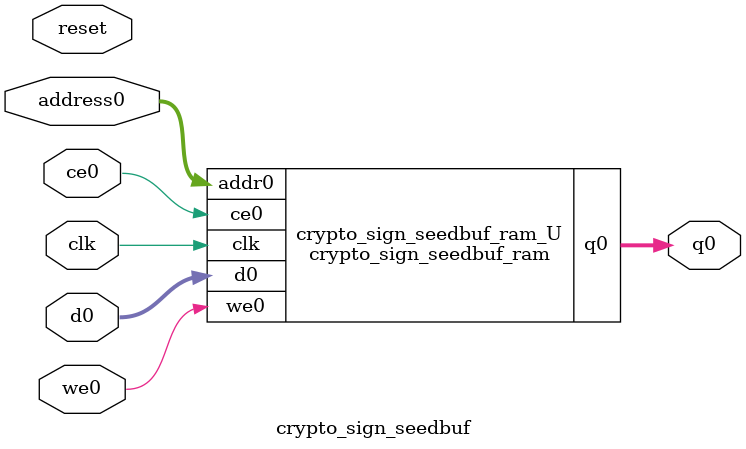
<source format=v>

`timescale 1 ns / 1 ps
module crypto_sign_seedbuf_ram (addr0, ce0, d0, we0, q0,  clk);

parameter DWIDTH = 8;
parameter AWIDTH = 7;
parameter MEM_SIZE = 112;

input[AWIDTH-1:0] addr0;
input ce0;
input[DWIDTH-1:0] d0;
input we0;
output reg[DWIDTH-1:0] q0;
input clk;

(* ram_style = "distributed" *)reg [DWIDTH-1:0] ram[0:MEM_SIZE-1];




always @(posedge clk)  
begin 
    if (ce0) 
    begin
        if (we0) 
        begin 
            ram[addr0] <= d0; 
            q0 <= d0;
        end 
        else 
            q0 <= ram[addr0];
    end
end


endmodule


`timescale 1 ns / 1 ps
module crypto_sign_seedbuf(
    reset,
    clk,
    address0,
    ce0,
    we0,
    d0,
    q0);

parameter DataWidth = 32'd8;
parameter AddressRange = 32'd112;
parameter AddressWidth = 32'd7;
input reset;
input clk;
input[AddressWidth - 1:0] address0;
input ce0;
input we0;
input[DataWidth - 1:0] d0;
output[DataWidth - 1:0] q0;



crypto_sign_seedbuf_ram crypto_sign_seedbuf_ram_U(
    .clk( clk ),
    .addr0( address0 ),
    .ce0( ce0 ),
    .we0( we0 ),
    .d0( d0 ),
    .q0( q0 ));

endmodule


</source>
